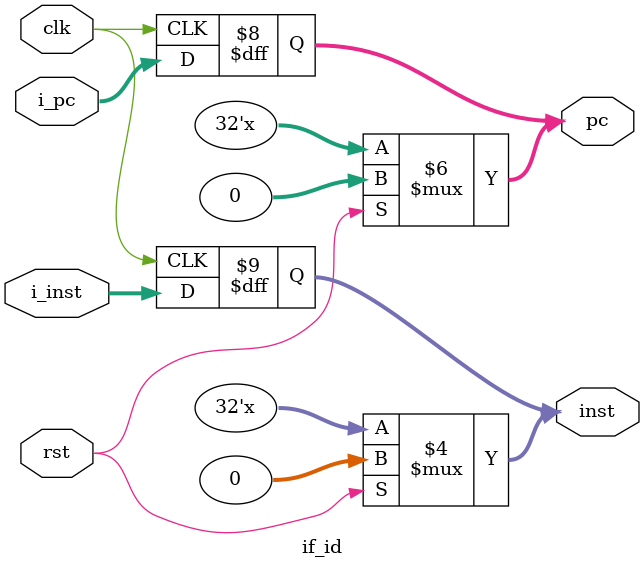
<source format=v>
module if_id(input rst,
			 input clk,
			 input[31:0] i_pc,
			 input[31:0] i_inst,
             output reg[31:0] pc,
             output reg[31:0] inst);
           
	always @(posedge(clk)) begin
		pc <= i_pc;
		inst <= i_inst;
    end

	always@(rst) begin
		if (rst == 1) begin
			pc <= 0;
			inst <= 0;
		end
	end
endmodule

</source>
